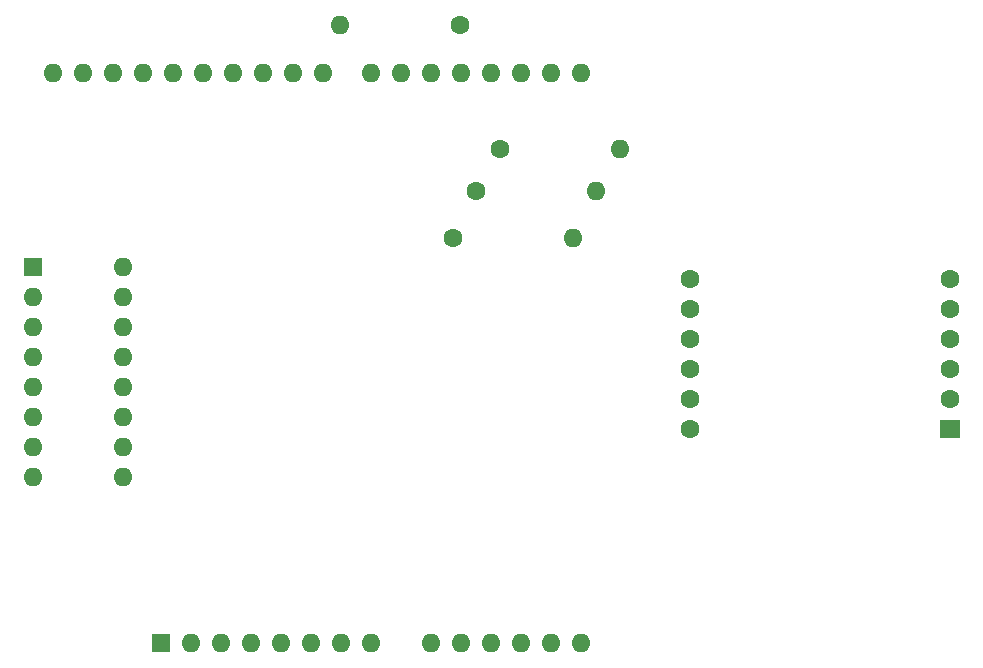
<source format=gbr>
%TF.GenerationSoftware,KiCad,Pcbnew,8.0.4-8.0.4-0~ubuntu24.04.1*%
%TF.CreationDate,2024-08-14T21:56:28+02:00*%
%TF.ProjectId,test_pcb,74657374-5f70-4636-922e-6b696361645f,rev?*%
%TF.SameCoordinates,Original*%
%TF.FileFunction,Soldermask,Top*%
%TF.FilePolarity,Negative*%
%FSLAX46Y46*%
G04 Gerber Fmt 4.6, Leading zero omitted, Abs format (unit mm)*
G04 Created by KiCad (PCBNEW 8.0.4-8.0.4-0~ubuntu24.04.1) date 2024-08-14 21:56:28*
%MOMM*%
%LPD*%
G01*
G04 APERTURE LIST*
%ADD10C,1.600000*%
%ADD11O,1.600000X1.600000*%
%ADD12R,1.700000X1.600000*%
%ADD13R,1.600000X1.600000*%
G04 APERTURE END LIST*
D10*
%TO.C,R1*%
X156080000Y-69000000D03*
D11*
X145920000Y-69000000D03*
%TD*%
D10*
%TO.C,R4*%
X155420000Y-87000000D03*
D11*
X165580000Y-87000000D03*
%TD*%
D10*
%TO.C,R3*%
X157420000Y-83000000D03*
D11*
X167580000Y-83000000D03*
%TD*%
D12*
%TO.C,https://www.electrokit.com/upload/product/41013/41013527/1LEDREDCC.pdf1*%
X197500000Y-103200000D03*
D10*
X197500000Y-100660000D03*
X197500000Y-98120000D03*
X197500000Y-95580000D03*
X197500000Y-93040000D03*
X197500000Y-90500000D03*
X175500000Y-90500000D03*
X175500000Y-93040000D03*
X175500000Y-95580000D03*
X175500000Y-98120000D03*
X175500000Y-100660000D03*
X175500000Y-103200000D03*
%TD*%
D11*
%TO.C,R2*%
X169580000Y-79500000D03*
D10*
X159420000Y-79500000D03*
%TD*%
D13*
%TO.C,UNO1*%
X130720000Y-121260000D03*
D11*
X133260000Y-121260000D03*
X135800000Y-121260000D03*
X138340000Y-121260000D03*
X140880000Y-121260000D03*
X143420000Y-121260000D03*
X145960000Y-121260000D03*
X148500000Y-121260000D03*
X153580000Y-121260000D03*
X156120000Y-121260000D03*
X158660000Y-121260000D03*
X161200000Y-121260000D03*
X163740000Y-121260000D03*
X166280000Y-121260000D03*
X166280000Y-73000000D03*
X163740000Y-73000000D03*
X161200000Y-73000000D03*
X158660000Y-73000000D03*
X156120000Y-73000000D03*
X153580000Y-73000000D03*
X151040000Y-73000000D03*
X148500000Y-73000000D03*
X144440000Y-73000000D03*
X141900000Y-73000000D03*
X139360000Y-73000000D03*
X136820000Y-73000000D03*
X134280000Y-73000000D03*
X131740000Y-73000000D03*
X129200000Y-73000000D03*
X126660000Y-73000000D03*
X124120000Y-73000000D03*
X121580000Y-73000000D03*
%TD*%
%TO.C,U1*%
X127500000Y-89420000D03*
X127500000Y-91960000D03*
X127500000Y-94500000D03*
X127500000Y-97040000D03*
X127500000Y-99580000D03*
X127500000Y-102120000D03*
X127500000Y-104660000D03*
X127500000Y-107200000D03*
X119880000Y-107200000D03*
X119880000Y-104660000D03*
X119880000Y-102120000D03*
X119880000Y-99580000D03*
X119880000Y-97040000D03*
X119880000Y-94500000D03*
X119880000Y-91960000D03*
D13*
X119880000Y-89420000D03*
%TD*%
M02*

</source>
